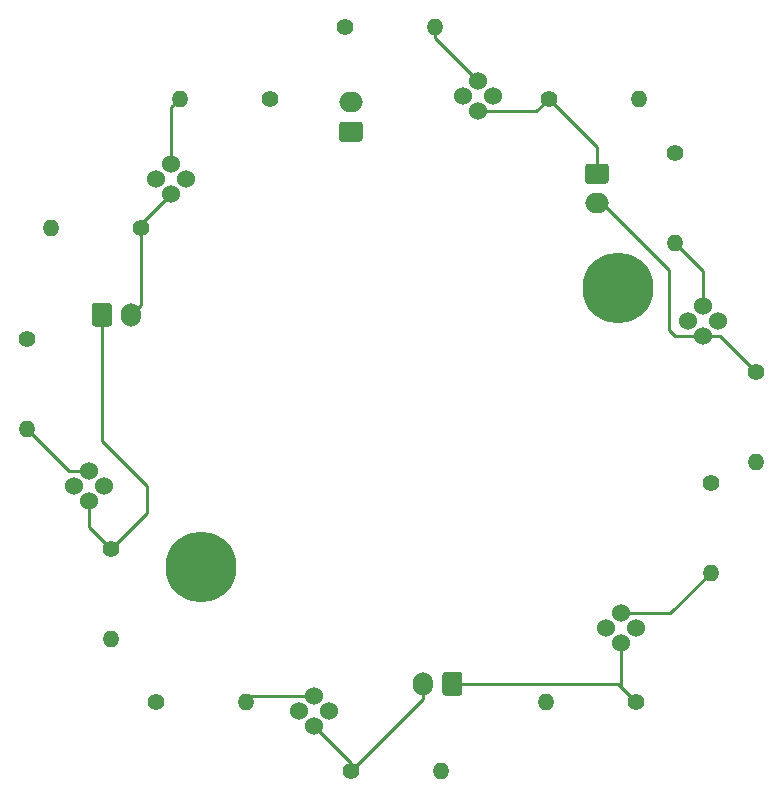
<source format=gbr>
%TF.GenerationSoftware,KiCad,Pcbnew,(5.1.10)-1*%
%TF.CreationDate,2021-12-11T16:43:53+01:00*%
%TF.ProjectId,qura_pump_pcb,71757261-5f70-4756-9d70-5f7063622e6b,rev?*%
%TF.SameCoordinates,Original*%
%TF.FileFunction,Copper,L1,Top*%
%TF.FilePolarity,Positive*%
%FSLAX46Y46*%
G04 Gerber Fmt 4.6, Leading zero omitted, Abs format (unit mm)*
G04 Created by KiCad (PCBNEW (5.1.10)-1) date 2021-12-11 16:43:53*
%MOMM*%
%LPD*%
G01*
G04 APERTURE LIST*
%TA.AperFunction,ComponentPad*%
%ADD10C,6.000000*%
%TD*%
%TA.AperFunction,ComponentPad*%
%ADD11O,2.000000X1.700000*%
%TD*%
%TA.AperFunction,ComponentPad*%
%ADD12O,1.700000X2.000000*%
%TD*%
%TA.AperFunction,ComponentPad*%
%ADD13O,1.400000X1.400000*%
%TD*%
%TA.AperFunction,ComponentPad*%
%ADD14C,1.400000*%
%TD*%
%TA.AperFunction,ComponentPad*%
%ADD15C,1.524000*%
%TD*%
%TA.AperFunction,Conductor*%
%ADD16C,0.250000*%
%TD*%
G04 APERTURE END LIST*
D10*
%TO.P,REF\u002A\u002A,1*%
%TO.N,N/C*%
X177292000Y-79756000D03*
%TD*%
%TO.P,REF\u002A\u002A,1*%
%TO.N,N/C*%
X141986000Y-103378000D03*
%TD*%
D11*
%TO.P,CPWR,2*%
%TO.N,GND*%
X154686000Y-64048000D03*
%TO.P,CPWR,1*%
%TO.N,+3V3*%
%TA.AperFunction,ComponentPad*%
G36*
G01*
X155436000Y-67398000D02*
X153936000Y-67398000D01*
G75*
G02*
X153686000Y-67148000I0J250000D01*
G01*
X153686000Y-65948000D01*
G75*
G02*
X153936000Y-65698000I250000J0D01*
G01*
X155436000Y-65698000D01*
G75*
G02*
X155686000Y-65948000I0J-250000D01*
G01*
X155686000Y-67148000D01*
G75*
G02*
X155436000Y-67398000I-250000J0D01*
G01*
G37*
%TD.AperFunction*%
%TD*%
D12*
%TO.P,C34,2*%
%TO.N,Net-(C34-Pad2)*%
X160782000Y-113284000D03*
%TO.P,C34,1*%
%TO.N,Net-(C34-Pad1)*%
%TA.AperFunction,ComponentPad*%
G36*
G01*
X164132000Y-112534000D02*
X164132000Y-114034000D01*
G75*
G02*
X163882000Y-114284000I-250000J0D01*
G01*
X162682000Y-114284000D01*
G75*
G02*
X162432000Y-114034000I0J250000D01*
G01*
X162432000Y-112534000D01*
G75*
G02*
X162682000Y-112284000I250000J0D01*
G01*
X163882000Y-112284000D01*
G75*
G02*
X164132000Y-112534000I0J-250000D01*
G01*
G37*
%TD.AperFunction*%
%TD*%
%TO.P,C56,2*%
%TO.N,Net-(C56-Pad2)*%
X136104000Y-82042000D03*
%TO.P,C56,1*%
%TO.N,Net-(C56-Pad1)*%
%TA.AperFunction,ComponentPad*%
G36*
G01*
X132754000Y-82792000D02*
X132754000Y-81292000D01*
G75*
G02*
X133004000Y-81042000I250000J0D01*
G01*
X134204000Y-81042000D01*
G75*
G02*
X134454000Y-81292000I0J-250000D01*
G01*
X134454000Y-82792000D01*
G75*
G02*
X134204000Y-83042000I-250000J0D01*
G01*
X133004000Y-83042000D01*
G75*
G02*
X132754000Y-82792000I0J250000D01*
G01*
G37*
%TD.AperFunction*%
%TD*%
D13*
%TO.P,Rs2,2*%
%TO.N,GND*%
X188976000Y-94488000D03*
D14*
%TO.P,Rs2,1*%
%TO.N,Net-(C12-Pad2)*%
X188976000Y-86868000D03*
%TD*%
D13*
%TO.P,Rs6,2*%
%TO.N,GND*%
X129286000Y-74676000D03*
D14*
%TO.P,Rs6,1*%
%TO.N,Net-(C56-Pad2)*%
X136906000Y-74676000D03*
%TD*%
D13*
%TO.P,Rs5,2*%
%TO.N,GND*%
X134366000Y-109474000D03*
D14*
%TO.P,Rs5,1*%
%TO.N,Net-(C56-Pad1)*%
X134366000Y-101854000D03*
%TD*%
D13*
%TO.P,Rs4,2*%
%TO.N,GND*%
X162306000Y-120650000D03*
D14*
%TO.P,Rs4,1*%
%TO.N,Net-(C34-Pad2)*%
X154686000Y-120650000D03*
%TD*%
D13*
%TO.P,Rs3,2*%
%TO.N,GND*%
X171196000Y-114808000D03*
D14*
%TO.P,Rs3,1*%
%TO.N,Net-(C34-Pad1)*%
X178816000Y-114808000D03*
%TD*%
D13*
%TO.P,Rs1,2*%
%TO.N,GND*%
X179070000Y-63754000D03*
D14*
%TO.P,Rs1,1*%
%TO.N,Net-(C12-Pad1)*%
X171450000Y-63754000D03*
%TD*%
D13*
%TO.P,R6,2*%
%TO.N,Net-(OPB730F6-Pad3)*%
X140208000Y-63754000D03*
D14*
%TO.P,R6,1*%
%TO.N,GND*%
X147828000Y-63754000D03*
%TD*%
D13*
%TO.P,R5,2*%
%TO.N,Net-(OPB730F5-Pad3)*%
X127254000Y-91694000D03*
D14*
%TO.P,R5,1*%
%TO.N,GND*%
X127254000Y-84074000D03*
%TD*%
D13*
%TO.P,R4,2*%
%TO.N,Net-(OPB730F4-Pad3)*%
X145796000Y-114808000D03*
D14*
%TO.P,R4,1*%
%TO.N,GND*%
X138176000Y-114808000D03*
%TD*%
D13*
%TO.P,R3,2*%
%TO.N,Net-(OPB730F3-Pad3)*%
X185166000Y-103886000D03*
D14*
%TO.P,R3,1*%
%TO.N,GND*%
X185166000Y-96266000D03*
%TD*%
D13*
%TO.P,R2,2*%
%TO.N,Net-(OPB730F2-Pad3)*%
X182118000Y-75946000D03*
D14*
%TO.P,R2,1*%
%TO.N,GND*%
X182118000Y-68326000D03*
%TD*%
D13*
%TO.P,R1,2*%
%TO.N,Net-(OPB730F1-Pad3)*%
X161798000Y-57658000D03*
D14*
%TO.P,R1,1*%
%TO.N,GND*%
X154178000Y-57658000D03*
%TD*%
D15*
%TO.P,OPB730F6,2*%
%TO.N,+3V3*%
X138200000Y-70510000D03*
%TO.P,OPB730F6,4*%
X140740000Y-70510000D03*
%TO.P,OPB730F6,3*%
%TO.N,Net-(OPB730F6-Pad3)*%
X139470000Y-69240000D03*
%TO.P,OPB730F6,1*%
%TO.N,Net-(C56-Pad2)*%
X139470000Y-71780000D03*
%TD*%
%TO.P,OPB730F5,2*%
%TO.N,+3V3*%
X131240000Y-96530000D03*
%TO.P,OPB730F5,4*%
X133780000Y-96530000D03*
%TO.P,OPB730F5,3*%
%TO.N,Net-(OPB730F5-Pad3)*%
X132510000Y-95260000D03*
%TO.P,OPB730F5,1*%
%TO.N,Net-(C56-Pad1)*%
X132510000Y-97800000D03*
%TD*%
%TO.P,OPB730F4,2*%
%TO.N,+3V3*%
X150280000Y-115570000D03*
%TO.P,OPB730F4,4*%
X152820000Y-115570000D03*
%TO.P,OPB730F4,3*%
%TO.N,Net-(OPB730F4-Pad3)*%
X151550000Y-114300000D03*
%TO.P,OPB730F4,1*%
%TO.N,Net-(C34-Pad2)*%
X151550000Y-116840000D03*
%TD*%
%TO.P,OPB730F3,2*%
%TO.N,+3V3*%
X176290000Y-108600000D03*
%TO.P,OPB730F3,4*%
X178830000Y-108600000D03*
%TO.P,OPB730F3,3*%
%TO.N,Net-(OPB730F3-Pad3)*%
X177560000Y-107330000D03*
%TO.P,OPB730F3,1*%
%TO.N,Net-(C34-Pad1)*%
X177560000Y-109870000D03*
%TD*%
%TO.P,OPB730F2,2*%
%TO.N,+3V3*%
X183260000Y-82590000D03*
%TO.P,OPB730F2,4*%
X185800000Y-82590000D03*
%TO.P,OPB730F2,3*%
%TO.N,Net-(OPB730F2-Pad3)*%
X184530000Y-81320000D03*
%TO.P,OPB730F2,1*%
%TO.N,Net-(C12-Pad2)*%
X184530000Y-83860000D03*
%TD*%
%TO.P,OPB730F1,2*%
%TO.N,+3V3*%
X164210000Y-63540000D03*
%TO.P,OPB730F1,4*%
X166750000Y-63540000D03*
%TO.P,OPB730F1,3*%
%TO.N,Net-(OPB730F1-Pad3)*%
X165480000Y-62270000D03*
%TO.P,OPB730F1,1*%
%TO.N,Net-(C12-Pad1)*%
X165480000Y-64810000D03*
%TD*%
D11*
%TO.P,C12,2*%
%TO.N,Net-(C12-Pad2)*%
X175514000Y-72604000D03*
%TO.P,C12,1*%
%TO.N,Net-(C12-Pad1)*%
%TA.AperFunction,ComponentPad*%
G36*
G01*
X174764000Y-69254000D02*
X176264000Y-69254000D01*
G75*
G02*
X176514000Y-69504000I0J-250000D01*
G01*
X176514000Y-70704000D01*
G75*
G02*
X176264000Y-70954000I-250000J0D01*
G01*
X174764000Y-70954000D01*
G75*
G02*
X174514000Y-70704000I0J250000D01*
G01*
X174514000Y-69504000D01*
G75*
G02*
X174764000Y-69254000I250000J0D01*
G01*
G37*
%TD.AperFunction*%
%TD*%
D16*
%TO.N,Net-(OPB730F1-Pad3)*%
X161798000Y-58588000D02*
X161798000Y-57658000D01*
X165480000Y-62270000D02*
X161798000Y-58588000D01*
%TO.N,Net-(OPB730F2-Pad3)*%
X184530000Y-78358000D02*
X182118000Y-75946000D01*
X184530000Y-81320000D02*
X184530000Y-78358000D01*
%TO.N,Net-(OPB730F3-Pad3)*%
X181722000Y-107330000D02*
X185166000Y-103886000D01*
X177560000Y-107330000D02*
X181722000Y-107330000D01*
%TO.N,Net-(OPB730F4-Pad3)*%
X146304000Y-114300000D02*
X145796000Y-114808000D01*
X151550000Y-114300000D02*
X146304000Y-114300000D01*
%TO.N,Net-(OPB730F5-Pad3)*%
X130820000Y-95260000D02*
X127254000Y-91694000D01*
X132510000Y-95260000D02*
X130820000Y-95260000D01*
%TO.N,Net-(OPB730F6-Pad3)*%
X139470000Y-64492000D02*
X140208000Y-63754000D01*
X139470000Y-69240000D02*
X139470000Y-64492000D01*
%TO.N,Net-(C12-Pad2)*%
X185968000Y-83860000D02*
X188976000Y-86868000D01*
X184530000Y-83860000D02*
X185968000Y-83860000D01*
X175514000Y-72604000D02*
X175982000Y-72604000D01*
X175982000Y-72604000D02*
X181610000Y-78232000D01*
X181610000Y-78232000D02*
X181610000Y-83312000D01*
X182158000Y-83860000D02*
X184530000Y-83860000D01*
X181610000Y-83312000D02*
X182158000Y-83860000D01*
%TO.N,Net-(C12-Pad1)*%
X170394000Y-64810000D02*
X165480000Y-64810000D01*
X171450000Y-63754000D02*
X170394000Y-64810000D01*
X175514000Y-67818000D02*
X171450000Y-63754000D01*
X175514000Y-70104000D02*
X175514000Y-67818000D01*
%TO.N,Net-(C34-Pad2)*%
X154686000Y-119976000D02*
X154686000Y-120650000D01*
X151550000Y-116840000D02*
X154686000Y-119976000D01*
X160782000Y-114554000D02*
X154686000Y-120650000D01*
X160782000Y-113284000D02*
X160782000Y-114554000D01*
%TO.N,Net-(C34-Pad1)*%
X177560000Y-113552000D02*
X178816000Y-114808000D01*
X177560000Y-109870000D02*
X177560000Y-113552000D01*
X177292000Y-113284000D02*
X178816000Y-114808000D01*
X163282000Y-113284000D02*
X177292000Y-113284000D01*
%TO.N,Net-(C56-Pad2)*%
X136906000Y-74344000D02*
X136906000Y-74676000D01*
X139470000Y-71780000D02*
X136906000Y-74344000D01*
X136906000Y-81240000D02*
X136104000Y-82042000D01*
X136906000Y-74676000D02*
X136906000Y-81240000D01*
%TO.N,Net-(C56-Pad1)*%
X132510000Y-99998000D02*
X134366000Y-101854000D01*
X132510000Y-97800000D02*
X132510000Y-99998000D01*
X137414000Y-98806000D02*
X134366000Y-101854000D01*
X137414000Y-96520000D02*
X137414000Y-98806000D01*
X133604000Y-92710000D02*
X137414000Y-96520000D01*
X133604000Y-82042000D02*
X133604000Y-92710000D01*
%TD*%
M02*

</source>
